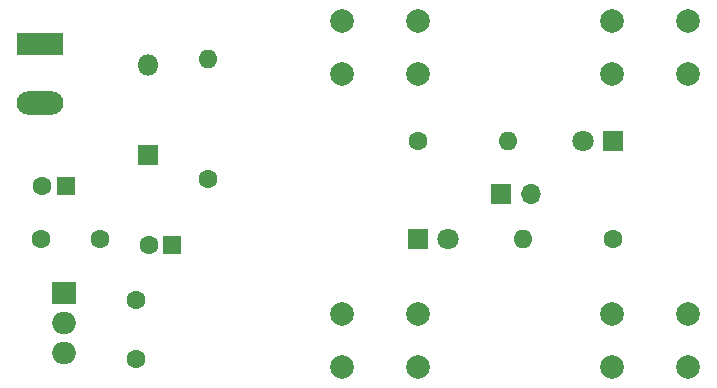
<source format=gbr>
%TF.GenerationSoftware,KiCad,Pcbnew,(5.1.12)-1*%
%TF.CreationDate,2022-07-22T22:42:44+09:00*%
%TF.ProjectId,FullBridge_demo_kit,46756c6c-4272-4696-9467-655f64656d6f,rev?*%
%TF.SameCoordinates,Original*%
%TF.FileFunction,Soldermask,Bot*%
%TF.FilePolarity,Negative*%
%FSLAX46Y46*%
G04 Gerber Fmt 4.6, Leading zero omitted, Abs format (unit mm)*
G04 Created by KiCad (PCBNEW (5.1.12)-1) date 2022-07-22 22:42:44*
%MOMM*%
%LPD*%
G01*
G04 APERTURE LIST*
%ADD10C,1.600000*%
%ADD11R,1.600000X1.600000*%
%ADD12R,1.800000X1.800000*%
%ADD13O,1.800000X1.800000*%
%ADD14C,1.800000*%
%ADD15R,3.960000X1.980000*%
%ADD16O,3.960000X1.980000*%
%ADD17O,1.600000X1.600000*%
%ADD18C,2.000000*%
%ADD19R,2.000000X1.905000*%
%ADD20O,2.000000X1.905000*%
%ADD21R,1.700000X1.700000*%
%ADD22O,1.700000X1.700000*%
G04 APERTURE END LIST*
D10*
%TO.C,C1*%
X123095000Y-102235000D03*
D11*
X125095000Y-102235000D03*
%TD*%
D10*
%TO.C,C2*%
X128016000Y-106680000D03*
X123016000Y-106680000D03*
%TD*%
%TO.C,C3*%
X131064000Y-111840000D03*
X131064000Y-116840000D03*
%TD*%
D11*
%TO.C,C4*%
X134112000Y-107188000D03*
D10*
X132112000Y-107188000D03*
%TD*%
D12*
%TO.C,D1*%
X132080000Y-99568000D03*
D13*
X132080000Y-91948000D03*
%TD*%
D14*
%TO.C,D2*%
X168910000Y-98425000D03*
D12*
X171450000Y-98425000D03*
%TD*%
%TO.C,D3*%
X154940000Y-106680000D03*
D14*
X157480000Y-106680000D03*
%TD*%
D15*
%TO.C,J1*%
X122936000Y-90170000D03*
D16*
X122936000Y-95170000D03*
%TD*%
D10*
%TO.C,R1*%
X137160000Y-101600000D03*
D17*
X137160000Y-91440000D03*
%TD*%
D18*
%TO.C,SW1*%
X154940000Y-88210000D03*
X154940000Y-92710000D03*
X148440000Y-88210000D03*
X148440000Y-92710000D03*
%TD*%
%TO.C,SW2*%
X154940000Y-113030000D03*
X154940000Y-117530000D03*
X148440000Y-113030000D03*
X148440000Y-117530000D03*
%TD*%
%TO.C,SW3*%
X171300000Y-92710000D03*
X171300000Y-88210000D03*
X177800000Y-92710000D03*
X177800000Y-88210000D03*
%TD*%
%TO.C,SW4*%
X171300000Y-117530000D03*
X171300000Y-113030000D03*
X177800000Y-117530000D03*
X177800000Y-113030000D03*
%TD*%
D19*
%TO.C,U1*%
X124968000Y-111252000D03*
D20*
X124968000Y-113792000D03*
X124968000Y-116332000D03*
%TD*%
D21*
%TO.C,J2*%
X161925000Y-102870000D03*
D22*
X164465000Y-102870000D03*
%TD*%
D17*
%TO.C,R2*%
X162560000Y-98425000D03*
D10*
X154940000Y-98425000D03*
%TD*%
%TO.C,R3*%
X171450000Y-106680000D03*
D17*
X163830000Y-106680000D03*
%TD*%
M02*

</source>
